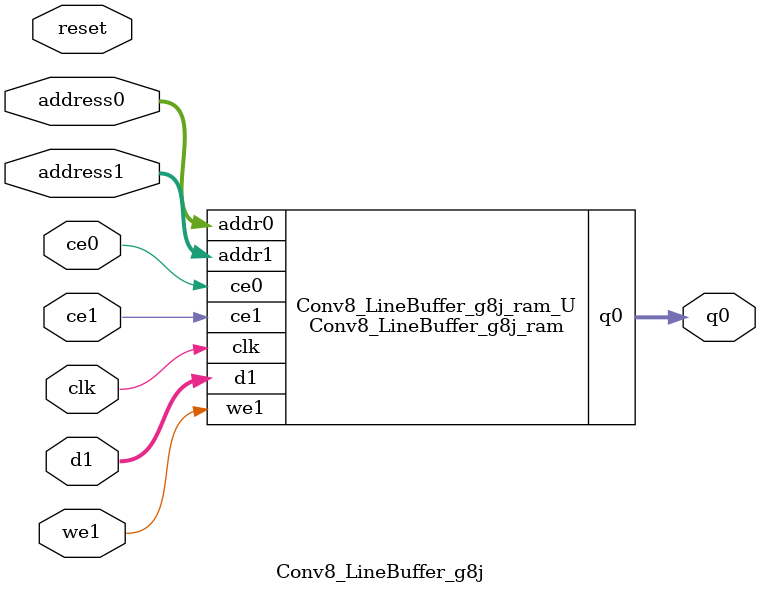
<source format=v>

`timescale 1 ns / 1 ps
module Conv8_LineBuffer_g8j_ram (addr0, ce0, q0, addr1, ce1, d1, we1,  clk);

parameter DWIDTH = 32;
parameter AWIDTH = 5;
parameter MEM_SIZE = 28;

input[AWIDTH-1:0] addr0;
input ce0;
output reg[DWIDTH-1:0] q0;
input[AWIDTH-1:0] addr1;
input ce1;
input[DWIDTH-1:0] d1;
input we1;
input clk;

(* ram_style = "distributed" *)reg [DWIDTH-1:0] ram[0:MEM_SIZE-1];




always @(posedge clk)  
begin 
    if (ce0) 
    begin
            q0 <= ram[addr0];
    end
end


always @(posedge clk)  
begin 
    if (ce1) 
    begin
        if (we1) 
        begin 
            ram[addr1] <= d1; 
        end 
    end
end


endmodule


`timescale 1 ns / 1 ps
module Conv8_LineBuffer_g8j(
    reset,
    clk,
    address0,
    ce0,
    q0,
    address1,
    ce1,
    we1,
    d1);

parameter DataWidth = 32'd32;
parameter AddressRange = 32'd28;
parameter AddressWidth = 32'd5;
input reset;
input clk;
input[AddressWidth - 1:0] address0;
input ce0;
output[DataWidth - 1:0] q0;
input[AddressWidth - 1:0] address1;
input ce1;
input we1;
input[DataWidth - 1:0] d1;



Conv8_LineBuffer_g8j_ram Conv8_LineBuffer_g8j_ram_U(
    .clk( clk ),
    .addr0( address0 ),
    .ce0( ce0 ),
    .q0( q0 ),
    .addr1( address1 ),
    .ce1( ce1 ),
    .we1( we1 ),
    .d1( d1 ));

endmodule


</source>
